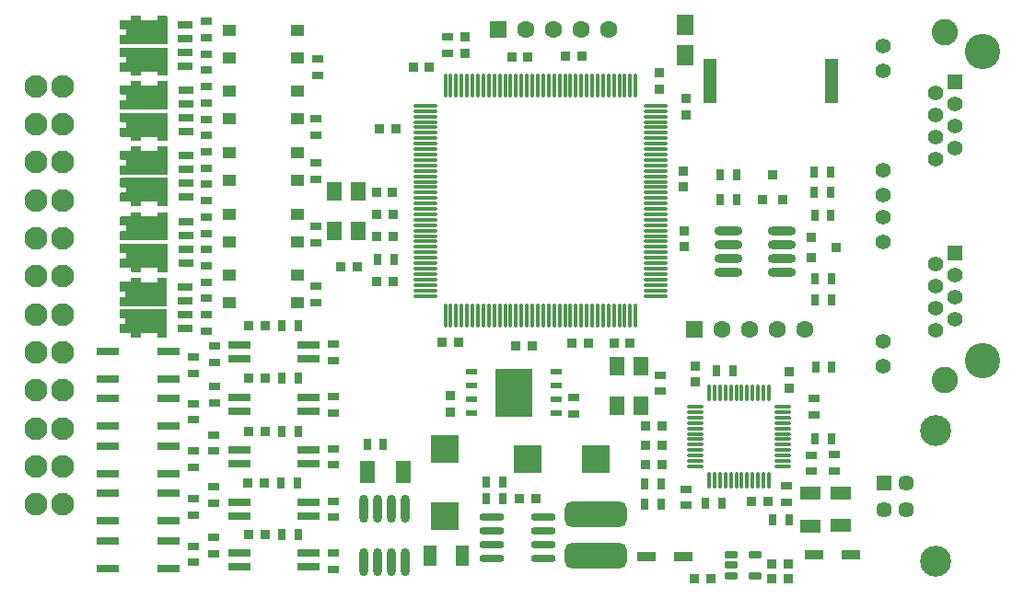
<source format=gts>
%FSTAX25Y25*%
%MOIN*%
%SFA1B1*%

%IPPOS*%
%AMD80*
4,1,8,0.014500,0.014800,-0.014500,0.014800,-0.022800,0.006400,-0.022800,-0.006400,-0.014500,-0.014800,0.014500,-0.014800,0.022800,-0.006400,0.022800,0.006400,0.014500,0.014800,0.0*
1,1,0.016740,0.014500,0.006400*
1,1,0.016740,-0.014500,0.006400*
1,1,0.016740,-0.014500,-0.006400*
1,1,0.016740,0.014500,-0.006400*
%
%AMD93*
4,1,8,-0.087100,-0.046300,0.087100,-0.046300,0.112300,-0.021200,0.112300,0.021200,0.087100,0.046300,-0.087100,0.046300,-0.112300,0.021200,-0.112300,-0.021200,-0.087100,-0.046300,0.0*
1,1,0.050320,-0.087100,-0.021200*
1,1,0.050320,0.087100,-0.021200*
1,1,0.050320,0.087100,0.021200*
1,1,0.050320,-0.087100,0.021200*
%
%ADD12R,0.049210X0.025590*%
%ADD28R,0.059050X0.076770*%
%ADD63C,0.127950*%
%ADD64C,0.095280*%
%ADD65C,0.054690*%
%ADD66R,0.054690X0.054690*%
%ADD79R,0.035430X0.035430*%
G04~CAMADD=80~8~0.0~0.0~456.7~295.3~83.7~0.0~15~0.0~0.0~0.0~0.0~0~0.0~0.0~0.0~0.0~0~0.0~0.0~0.0~0.0~456.7~295.3*
%ADD80D80*%
%ADD81R,0.043700X0.032480*%
%ADD82R,0.043310X0.032090*%
%ADD83R,0.034650X0.043310*%
%ADD84R,0.035430X0.043310*%
%ADD85R,0.043310X0.032480*%
%ADD86R,0.053150X0.029530*%
%ADD87R,0.053150X0.066930*%
%ADD88O,0.090550X0.027560*%
%ADD89R,0.049210X0.039370*%
%ADD90R,0.083940X0.029940*%
%ADD91R,0.049210X0.074800*%
%ADD92O,0.031500X0.102360*%
G04~CAMADD=93~8~0.0~0.0~2245.3~926.5~251.6~0.0~15~0.0~0.0~0.0~0.0~0~0.0~0.0~0.0~0.0~0~0.0~0.0~0.0~180.0~2246.0~927.0*
%ADD93D93*%
%ADD94R,0.074800X0.049210*%
%ADD95R,0.053150X0.082680*%
%ADD96R,0.033940X0.033940*%
%ADD97R,0.051180X0.161420*%
%ADD98O,0.064960X0.013780*%
%ADD99O,0.013780X0.064960*%
%ADD100O,0.015750X0.086610*%
%ADD101O,0.086610X0.015750*%
%ADD102R,0.039370X0.019680*%
%ADD103R,0.137800X0.173230*%
%ADD104R,0.066930X0.035430*%
%ADD105R,0.027560X0.039370*%
%ADD106R,0.039370X0.027560*%
%ADD107R,0.100390X0.100390*%
%ADD108R,0.035430X0.035430*%
%ADD109O,0.102360X0.031500*%
%ADD110R,0.033940X0.033940*%
%ADD111R,0.100390X0.100390*%
%ADD112R,0.062990X0.062990*%
%ADD113C,0.062990*%
%ADD114R,0.057090X0.057090*%
%ADD115C,0.057090*%
%ADD116C,0.112200*%
%ADD117C,0.082680*%
%ADD118C,0.023620*%
%LNrobocontroller-1*%
%LPD*%
G36*
X0067165Y-0087995D02*
X0067202Y-0088006D01*
X0067236Y-0088024*
X0067266Y-0088049*
X006729Y-0088079*
X0067309Y-0088113*
X006732Y-008815*
X0067324Y-0088189*
Y-0089764*
Y-0098032*
X006732Y-009807*
X0067309Y-0098107*
X006729Y-0098141*
X0067266Y-0098171*
X0067236Y-0098196*
X0067202Y-0098214*
X0067165Y-0098225*
X0067126Y-0098229*
X0050394*
X0050355Y-0098225*
X0050318Y-0098214*
X0050284Y-0098196*
X0050254Y-0098171*
X0050229Y-0098141*
X0050211Y-0098107*
X00502Y-009807*
X0050196Y-0098032*
Y-0095079*
X00502Y-009504*
X0050211Y-0095003*
X0050229Y-0094969*
X0050254Y-0094939*
X0050284Y-0094914*
X0050318Y-0094896*
X0050355Y-0094885*
X0050394Y-0094881*
X0052361*
Y-0092816*
X0050394*
X0050355Y-0092812*
X0050318Y-0092801*
X0050284Y-0092783*
X0050254Y-0092758*
X0050229Y-0092728*
X0050211Y-0092694*
X00502Y-0092657*
X0050196Y-0092618*
Y-0089764*
X00502Y-0089725*
X0050211Y-0089688*
X0050229Y-0089654*
X0050254Y-0089624*
X0050284Y-0089599*
X0050318Y-0089581*
X0050355Y-008957*
X0050394Y-0089566*
X0054133*
Y-0088189*
X0054137Y-008815*
X0054148Y-0088113*
X0054166Y-0088079*
X0054191Y-0088049*
X0054221Y-0088024*
X0054255Y-0088006*
X0054292Y-0087995*
X0054331Y-0087991*
X0057579*
X0057617Y-0087995*
X0057654Y-0088006*
X0057689Y-0088024*
X0057719Y-0088049*
X0057743Y-0088079*
X0057762Y-0088113*
X0057773Y-008815*
X0057776Y-0088189*
Y-0089566*
X0063779*
Y-0088189*
X0063782Y-008815*
X0063794Y-0088113*
X0063812Y-0088079*
X0063836Y-0088049*
X0063867Y-0088024*
X0063901Y-0088006*
X0063938Y-0087995*
X0063976Y-0087991*
X0067126*
X0067165Y-0087995*
G37*
G36*
Y-0075593D02*
X0067202Y-0075605D01*
X0067236Y-0075623*
X0067266Y-0075647*
X006729Y-0075678*
X0067309Y-0075712*
X006732Y-0075749*
X0067324Y-0075787*
Y-0084055*
Y-008563*
X006732Y-0085668*
X0067309Y-0085706*
X006729Y-008574*
X0067266Y-008577*
X0067236Y-0085794*
X0067202Y-0085813*
X0067165Y-0085824*
X0067126Y-0085828*
X0063976*
X0063938Y-0085824*
X0063901Y-0085813*
X0063867Y-0085794*
X0063836Y-008577*
X0063812Y-008574*
X0063794Y-0085706*
X0063782Y-0085668*
X0063779Y-008563*
Y-0084253*
X0057776*
Y-008563*
X0057773Y-0085668*
X0057762Y-0085706*
X0057743Y-008574*
X0057719Y-008577*
X0057689Y-0085794*
X0057654Y-0085813*
X0057617Y-0085824*
X0057579Y-0085828*
X0054331*
X0054292Y-0085824*
X0054255Y-0085813*
X0054221Y-0085794*
X0054191Y-008577*
X0054166Y-008574*
X0054148Y-0085706*
X0054137Y-0085668*
X0054133Y-008563*
Y-0084253*
X0050394*
X0050355Y-0084249*
X0050318Y-0084238*
X0050284Y-008422*
X0050254Y-0084195*
X0050229Y-0084165*
X0050211Y-0084131*
X00502Y-0084094*
X0050196Y-0084055*
Y-0081201*
X00502Y-0081162*
X0050211Y-0081125*
X0050229Y-0081091*
X0050254Y-0081061*
X0050284Y-0081036*
X0050318Y-0081018*
X0050355Y-0081007*
X0050394Y-0081003*
X0052361*
Y-0078938*
X0050394*
X0050355Y-0078934*
X0050318Y-0078923*
X0050284Y-0078905*
X0050254Y-007888*
X0050229Y-007885*
X0050211Y-0078816*
X00502Y-0078779*
X0050196Y-007874*
Y-0075787*
X00502Y-0075749*
X0050211Y-0075712*
X0050229Y-0075678*
X0050254Y-0075647*
X0050284Y-0075623*
X0050318Y-0075605*
X0050355Y-0075593*
X0050394Y-007559*
X0067126*
X0067165Y-0075593*
G37*
G36*
Y-0099412D02*
X0067202Y-0099424D01*
X0067236Y-0099442*
X0067266Y-0099466*
X006729Y-0099496*
X0067309Y-0099531*
X006732Y-0099568*
X0067324Y-0099606*
Y-0107874*
Y-0109449*
X006732Y-0109487*
X0067309Y-0109525*
X006729Y-0109559*
X0067266Y-0109589*
X0067236Y-0109613*
X0067202Y-0109632*
X0067165Y-0109643*
X0067126Y-0109647*
X0063976*
X0063938Y-0109643*
X0063901Y-0109632*
X0063867Y-0109613*
X0063836Y-0109589*
X0063812Y-0109559*
X0063794Y-0109525*
X0063782Y-0109487*
X0063779Y-0109449*
Y-0108072*
X0057776*
Y-0109449*
X0057773Y-0109487*
X0057762Y-0109525*
X0057743Y-0109559*
X0057719Y-0109589*
X0057689Y-0109613*
X0057654Y-0109632*
X0057617Y-0109643*
X0057579Y-0109647*
X0054331*
X0054292Y-0109643*
X0054255Y-0109632*
X0054221Y-0109613*
X0054191Y-0109589*
X0054166Y-0109559*
X0054148Y-0109525*
X0054137Y-0109487*
X0054133Y-0109449*
Y-0108072*
X0050394*
X0050355Y-0108068*
X0050318Y-0108057*
X0050284Y-0108038*
X0050254Y-0108014*
X0050229Y-0107984*
X0050211Y-010795*
X00502Y-0107913*
X0050196Y-0107874*
Y-010502*
X00502Y-0104981*
X0050211Y-0104944*
X0050229Y-010491*
X0050254Y-010488*
X0050284Y-0104855*
X0050318Y-0104837*
X0050355Y-0104826*
X0050394Y-0104822*
X0052361*
Y-0102757*
X0050394*
X0050355Y-0102753*
X0050318Y-0102742*
X0050284Y-0102724*
X0050254Y-0102699*
X0050229Y-0102669*
X0050211Y-0102635*
X00502Y-0102598*
X0050196Y-0102559*
Y-0099606*
X00502Y-0099568*
X0050211Y-0099531*
X0050229Y-0099496*
X0050254Y-0099466*
X0050284Y-0099442*
X0050318Y-0099424*
X0050355Y-0099412*
X0050394Y-0099409*
X0067126*
X0067165Y-0099412*
G37*
G36*
X0066968Y-0123231D02*
X0067005Y-0123242D01*
X0067039Y-0123261*
X0067069Y-0123285*
X0067094Y-0123315*
X0067112Y-0123349*
X0067123Y-0123387*
X0067127Y-0123425*
Y-0131693*
Y-0133268*
X0067123Y-0133306*
X0067112Y-0133343*
X0067094Y-0133378*
X0067069Y-0133408*
X0067039Y-0133432*
X0067005Y-013345*
X0066968Y-0133462*
X0066929Y-0133466*
X0063779*
X0063741Y-0133462*
X0063704Y-013345*
X006367Y-0133432*
X006364Y-0133408*
X0063615Y-0133378*
X0063597Y-0133343*
X0063586Y-0133306*
X0063582Y-0133268*
Y-0131891*
X005758*
Y-0133268*
X0057576Y-0133306*
X0057565Y-0133343*
X0057546Y-0133378*
X0057522Y-0133408*
X0057492Y-0133432*
X0057458Y-013345*
X005742Y-0133462*
X0057382Y-0133466*
X0054134*
X0054095Y-0133462*
X0054058Y-013345*
X0054024Y-0133432*
X0053994Y-0133408*
X0053969Y-0133378*
X0053951Y-0133343*
X005394Y-0133306*
X0053936Y-0133268*
Y-0131891*
X0050197*
X0050158Y-0131887*
X0050121Y-0131876*
X0050087Y-0131857*
X0050057Y-0131833*
X0050032Y-0131803*
X0050014Y-0131769*
X0050003Y-0131731*
X0049999Y-0131693*
Y-0128839*
X0050003Y-01288*
X0050014Y-0128763*
X0050032Y-0128729*
X0050057Y-0128699*
X0050087Y-0128674*
X0050121Y-0128656*
X0050158Y-0128645*
X0050197Y-0128641*
X0052164*
Y-0126576*
X0050197*
X0050158Y-0126572*
X0050121Y-0126561*
X0050087Y-0126542*
X0050057Y-0126518*
X0050032Y-0126488*
X0050014Y-0126454*
X0050003Y-0126417*
X0049999Y-0126378*
Y-0123425*
X0050003Y-0123387*
X0050014Y-0123349*
X0050032Y-0123315*
X0050057Y-0123285*
X0050087Y-0123261*
X0050121Y-0123242*
X0050158Y-0123231*
X0050197Y-0123227*
X0066929*
X0066968Y-0123231*
G37*
G36*
Y-0111814D02*
X0067005Y-0111825D01*
X0067039Y-0111843*
X0067069Y-0111868*
X0067094Y-0111898*
X0067112Y-0111932*
X0067123Y-0111969*
X0067127Y-0112008*
Y-0113583*
Y-012185*
X0067123Y-0121889*
X0067112Y-0121926*
X0067094Y-012196*
X0067069Y-012199*
X0067039Y-0122015*
X0067005Y-0122033*
X0066968Y-0122044*
X0066929Y-0122048*
X0050197*
X0050158Y-0122044*
X0050121Y-0122033*
X0050087Y-0122015*
X0050057Y-012199*
X0050032Y-012196*
X0050014Y-0121926*
X0050003Y-0121889*
X0049999Y-012185*
Y-0118898*
X0050003Y-0118859*
X0050014Y-0118822*
X0050032Y-0118788*
X0050057Y-0118758*
X0050087Y-0118733*
X0050121Y-0118715*
X0050158Y-0118704*
X0050197Y-01187*
X0052164*
Y-0116635*
X0050197*
X0050158Y-0116631*
X0050121Y-011662*
X0050087Y-0116602*
X0050057Y-0116577*
X0050032Y-0116547*
X0050014Y-0116513*
X0050003Y-0116476*
X0049999Y-0116437*
Y-0113583*
X0050003Y-0113544*
X0050014Y-0113507*
X0050032Y-0113473*
X0050057Y-0113443*
X0050087Y-0113418*
X0050121Y-01134*
X0050158Y-0113389*
X0050197Y-0113385*
X0053936*
Y-0112008*
X005394Y-0111969*
X0053951Y-0111932*
X0053969Y-0111898*
X0053994Y-0111868*
X0054024Y-0111843*
X0054058Y-0111825*
X0054095Y-0111814*
X0054134Y-011181*
X0057382*
X005742Y-0111814*
X0057458Y-0111825*
X0057492Y-0111843*
X0057522Y-0111868*
X0057546Y-0111898*
X0057565Y-0111932*
X0057576Y-0111969*
X005758Y-0112008*
Y-0113385*
X0063582*
Y-0112008*
X0063586Y-0111969*
X0063597Y-0111932*
X0063615Y-0111898*
X006364Y-0111868*
X006367Y-0111843*
X0063704Y-0111825*
X0063741Y-0111814*
X0063779Y-011181*
X0066929*
X0066968Y-0111814*
G37*
G36*
X0067066Y-002833D02*
X0067103Y-0028341D01*
X0067137Y-0028359*
X0067167Y-0028384*
X0067192Y-0028414*
X006721Y-0028448*
X0067222Y-0028485*
X0067225Y-0028524*
Y-0036791*
Y-0038366*
X0067222Y-0038405*
X006721Y-0038442*
X0067192Y-0038476*
X0067167Y-0038506*
X0067137Y-0038531*
X0067103Y-0038549*
X0067066Y-003856*
X0067028Y-0038564*
X0063878*
X0063839Y-003856*
X0063802Y-0038549*
X0063768Y-0038531*
X0063738Y-0038506*
X0063714Y-0038476*
X0063695Y-0038442*
X0063684Y-0038405*
X006368Y-0038366*
Y-0036989*
X0057678*
Y-0038366*
X0057674Y-0038405*
X0057663Y-0038442*
X0057645Y-0038476*
X005762Y-0038506*
X005759Y-0038531*
X0057556Y-0038549*
X0057519Y-003856*
X005748Y-0038564*
X0054232*
X0054194Y-003856*
X0054157Y-0038549*
X0054122Y-0038531*
X0054092Y-0038506*
X0054068Y-0038476*
X005405Y-0038442*
X0054038Y-0038405*
X0054035Y-0038366*
Y-0036989*
X0050295*
X0050257Y-0036985*
X005022Y-0036974*
X0050185Y-0036956*
X0050155Y-0036931*
X0050131Y-0036901*
X0050112Y-0036867*
X0050101Y-003683*
X0050098Y-0036791*
Y-0033937*
X0050101Y-0033898*
X0050112Y-0033861*
X0050131Y-0033827*
X0050155Y-0033797*
X0050185Y-0033773*
X005022Y-0033754*
X0050257Y-0033743*
X0050295Y-0033739*
X0052263*
Y-0031674*
X0050295*
X0050257Y-003167*
X005022Y-0031659*
X0050185Y-0031641*
X0050155Y-0031616*
X0050131Y-0031586*
X0050112Y-0031552*
X0050101Y-0031515*
X0050098Y-0031477*
Y-0028524*
X0050101Y-0028485*
X0050112Y-0028448*
X0050131Y-0028414*
X0050155Y-0028384*
X0050185Y-0028359*
X005022Y-0028341*
X0050257Y-002833*
X0050295Y-0028326*
X0067028*
X0067066Y-002833*
G37*
G36*
Y-0016912D02*
X0067103Y-0016924D01*
X0067137Y-0016942*
X0067167Y-0016966*
X0067192Y-0016996*
X006721Y-0017031*
X0067222Y-0017068*
X0067225Y-0017106*
Y-0018681*
Y-0026949*
X0067222Y-0026987*
X006721Y-0027025*
X0067192Y-0027059*
X0067167Y-0027089*
X0067137Y-0027113*
X0067103Y-0027132*
X0067066Y-0027143*
X0067028Y-0027147*
X0050295*
X0050257Y-0027143*
X005022Y-0027132*
X0050185Y-0027113*
X0050155Y-0027089*
X0050131Y-0027059*
X0050112Y-0027025*
X0050101Y-0026987*
X0050098Y-0026949*
Y-0023996*
X0050101Y-0023958*
X0050112Y-0023921*
X0050131Y-0023886*
X0050155Y-0023856*
X0050185Y-0023832*
X005022Y-0023813*
X0050257Y-0023802*
X0050295Y-0023798*
X0052263*
Y-0021733*
X0050295*
X0050257Y-002173*
X005022Y-0021718*
X0050185Y-00217*
X0050155Y-0021675*
X0050131Y-0021645*
X0050112Y-0021611*
X0050101Y-0021574*
X0050098Y-0021535*
Y-0018681*
X0050101Y-0018643*
X0050112Y-0018606*
X0050131Y-0018571*
X0050155Y-0018541*
X0050185Y-0018517*
X005022Y-0018498*
X0050257Y-0018487*
X0050295Y-0018483*
X0054035*
Y-0017106*
X0054038Y-0017068*
X005405Y-0017031*
X0054068Y-0016996*
X0054092Y-0016966*
X0054122Y-0016942*
X0054157Y-0016924*
X0054194Y-0016912*
X0054232Y-0016909*
X005748*
X0057519Y-0016912*
X0057556Y-0016924*
X005759Y-0016942*
X005762Y-0016966*
X0057645Y-0016996*
X0057663Y-0017031*
X0057674Y-0017068*
X0057678Y-0017106*
Y-0018483*
X006368*
Y-0017106*
X0063684Y-0017068*
X0063695Y-0017031*
X0063714Y-0016996*
X0063738Y-0016966*
X0063768Y-0016942*
X0063802Y-0016924*
X0063839Y-0016912*
X0063878Y-0016909*
X0067028*
X0067066Y-0016912*
G37*
G36*
X0067165Y-0040554D02*
X0067202Y-0040565D01*
X0067236Y-0040584*
X0067266Y-0040608*
X006729Y-0040638*
X0067309Y-0040672*
X006732Y-0040709*
X0067324Y-0040748*
Y-0042323*
Y-0050591*
X006732Y-0050629*
X0067309Y-0050666*
X006729Y-00507*
X0067266Y-005073*
X0067236Y-0050755*
X0067202Y-0050773*
X0067165Y-0050785*
X0067126Y-0050788*
X0050394*
X0050355Y-0050785*
X0050318Y-0050773*
X0050284Y-0050755*
X0050254Y-005073*
X0050229Y-00507*
X0050211Y-0050666*
X00502Y-0050629*
X0050196Y-0050591*
Y-0047638*
X00502Y-0047599*
X0050211Y-0047562*
X0050229Y-0047528*
X0050254Y-0047498*
X0050284Y-0047473*
X0050318Y-0047455*
X0050355Y-0047444*
X0050394Y-004744*
X0052361*
Y-0045375*
X0050394*
X0050355Y-0045371*
X0050318Y-004536*
X0050284Y-0045342*
X0050254Y-0045317*
X0050229Y-0045287*
X0050211Y-0045253*
X00502Y-0045216*
X0050196Y-0045177*
Y-0042323*
X00502Y-0042284*
X0050211Y-0042247*
X0050229Y-0042213*
X0050254Y-0042183*
X0050284Y-0042158*
X0050318Y-004214*
X0050355Y-0042129*
X0050394Y-0042125*
X0054133*
Y-0040748*
X0054137Y-0040709*
X0054148Y-0040672*
X0054166Y-0040638*
X0054191Y-0040608*
X0054221Y-0040584*
X0054255Y-0040565*
X0054292Y-0040554*
X0054331Y-004055*
X0057579*
X0057617Y-0040554*
X0057654Y-0040565*
X0057689Y-0040584*
X0057719Y-0040608*
X0057743Y-0040638*
X0057762Y-0040672*
X0057773Y-0040709*
X0057776Y-0040748*
Y-0042125*
X0063779*
Y-0040748*
X0063782Y-0040709*
X0063794Y-0040672*
X0063812Y-0040638*
X0063836Y-0040608*
X0063867Y-0040584*
X0063901Y-0040565*
X0063938Y-0040554*
X0063976Y-004055*
X0067126*
X0067165Y-0040554*
G37*
G36*
Y-0064176D02*
X0067202Y-0064187D01*
X0067236Y-0064206*
X0067266Y-006423*
X006729Y-006426*
X0067309Y-0064294*
X006732Y-0064332*
X0067324Y-006437*
Y-0065945*
Y-0074213*
X006732Y-0074251*
X0067309Y-0074288*
X006729Y-0074322*
X0067266Y-0074353*
X0067236Y-0074377*
X0067202Y-0074395*
X0067165Y-0074407*
X0067126Y-007441*
X0050394*
X0050355Y-0074407*
X0050318Y-0074395*
X0050284Y-0074377*
X0050254Y-0074353*
X0050229Y-0074322*
X0050211Y-0074288*
X00502Y-0074251*
X0050196Y-0074213*
Y-007126*
X00502Y-0071221*
X0050211Y-0071184*
X0050229Y-007115*
X0050254Y-007112*
X0050284Y-0071095*
X0050318Y-0071077*
X0050355Y-0071066*
X0050394Y-0071062*
X0052361*
Y-0068997*
X0050394*
X0050355Y-0068993*
X0050318Y-0068982*
X0050284Y-0068964*
X0050254Y-0068939*
X0050229Y-0068909*
X0050211Y-0068875*
X00502Y-0068838*
X0050196Y-0068799*
Y-0065945*
X00502Y-0065906*
X0050211Y-0065869*
X0050229Y-0065835*
X0050254Y-0065805*
X0050284Y-006578*
X0050318Y-0065762*
X0050355Y-0065751*
X0050394Y-0065747*
X0054133*
Y-006437*
X0054137Y-0064332*
X0054148Y-0064294*
X0054166Y-006426*
X0054191Y-006423*
X0054221Y-0064206*
X0054255Y-0064187*
X0054292Y-0064176*
X0054331Y-0064172*
X0057579*
X0057617Y-0064176*
X0057654Y-0064187*
X0057689Y-0064206*
X0057719Y-006423*
X0057743Y-006426*
X0057762Y-0064294*
X0057773Y-0064332*
X0057776Y-006437*
Y-0065747*
X0063779*
Y-006437*
X0063782Y-0064332*
X0063794Y-0064294*
X0063812Y-006426*
X0063836Y-006423*
X0063867Y-0064206*
X0063901Y-0064187*
X0063938Y-0064176*
X0063976Y-0064172*
X0067126*
X0067165Y-0064176*
G37*
G36*
Y-0051971D02*
X0067202Y-0051983D01*
X0067236Y-0052001*
X0067266Y-0052026*
X006729Y-0052056*
X0067309Y-005209*
X006732Y-0052127*
X0067324Y-0052165*
Y-0060433*
Y-0062008*
X006732Y-0062046*
X0067309Y-0062084*
X006729Y-0062118*
X0067266Y-0062148*
X0067236Y-0062172*
X0067202Y-0062191*
X0067165Y-0062202*
X0067126Y-0062206*
X0063976*
X0063938Y-0062202*
X0063901Y-0062191*
X0063867Y-0062172*
X0063836Y-0062148*
X0063812Y-0062118*
X0063794Y-0062084*
X0063782Y-0062046*
X0063779Y-0062008*
Y-0060631*
X0057776*
Y-0062008*
X0057773Y-0062046*
X0057762Y-0062084*
X0057743Y-0062118*
X0057719Y-0062148*
X0057689Y-0062172*
X0057654Y-0062191*
X0057617Y-0062202*
X0057579Y-0062206*
X0054331*
X0054292Y-0062202*
X0054255Y-0062191*
X0054221Y-0062172*
X0054191Y-0062148*
X0054166Y-0062118*
X0054148Y-0062084*
X0054137Y-0062046*
X0054133Y-0062008*
Y-0060631*
X0050394*
X0050355Y-0060627*
X0050318Y-0060616*
X0050284Y-0060597*
X0050254Y-0060573*
X0050229Y-0060543*
X0050211Y-0060509*
X00502Y-0060472*
X0050196Y-0060433*
Y-0057579*
X00502Y-005754*
X0050211Y-0057503*
X0050229Y-0057469*
X0050254Y-0057439*
X0050284Y-0057414*
X0050318Y-0057396*
X0050355Y-0057385*
X0050394Y-0057381*
X0052361*
Y-0055316*
X0050394*
X0050355Y-0055312*
X0050318Y-0055301*
X0050284Y-0055283*
X0050254Y-0055258*
X0050229Y-0055228*
X0050211Y-0055194*
X00502Y-0055157*
X0050196Y-0055118*
Y-0052165*
X00502Y-0052127*
X0050211Y-005209*
X0050229Y-0052056*
X0050254Y-0052026*
X0050284Y-0052001*
X0050318Y-0051983*
X0050355Y-0051971*
X0050394Y-0051968*
X0067126*
X0067165Y-0051971*
G37*
G54D12*
X0060532Y-0032461D03*
Y-0023012D03*
X006063Y-0046654D03*
Y-0056102D03*
Y-0079724D03*
Y-0070276D03*
Y-0094095D03*
Y-0103543D03*
X0060433Y-0127362D03*
Y-0117913D03*
G54D28*
X0254823Y-0020177D03*
Y-0031004D03*
G54D63*
X0362362Y-0141961D03*
Y-0029961D03*
G54D64*
X0348862Y-0148961D03*
Y-0022961D03*
G54D65*
X0326362Y-0143961D03*
Y-0134961D03*
Y-0098961D03*
Y-0089961D03*
Y-0081961D03*
Y-0072961D03*
Y-0036961D03*
Y-0027961D03*
X0352362Y-0110961D03*
Y-0118961D03*
Y-0126961D03*
X0345362Y-0106961D03*
Y-0114961D03*
Y-0122961D03*
Y-0130961D03*
X0352362Y-0048961D03*
Y-0056961D03*
Y-0064961D03*
X0345362Y-0044961D03*
Y-0052961D03*
Y-0060961D03*
Y-0068961D03*
G54D66*
X0352362Y-0102961D03*
Y-0040961D03*
G54D79*
X0263976Y-0220866D03*
X0258071D03*
X0286024Y-0215354D03*
X0291929D03*
X0286024Y-0220866D03*
X0291929D03*
X0149016Y-0088829D03*
X014311D03*
X0144095Y-0057874D03*
X015D03*
X0102756Y-0204921D03*
X009685D03*
X0142913Y-0080905D03*
X0148819D03*
X0149016Y-0096949D03*
X014311D03*
Y-0113189D03*
X0149016D03*
X0130118Y-0107677D03*
X0136024D03*
X0102756Y-0129134D03*
X009685D03*
X0166732Y-0135236D03*
X0172638D03*
X0193504Y-0136417D03*
X0199409D03*
X0213779Y-013563D03*
X0219685D03*
X0228937D03*
X0234842D03*
X027874Y-0192913D03*
X0284646D03*
X0240551Y-0179552D03*
X0246457D03*
X0240551Y-0172478D03*
X0246457D03*
X0240551Y-0165404D03*
X0246457D03*
X0217323Y-0031496D03*
X0211417D03*
X0197835Y-003189D03*
X0191929D03*
X0156299Y-003563D03*
X0162205D03*
X0194685Y-0191929D03*
X0200591D03*
X0102362Y-0186221D03*
X0096457D03*
X0102756Y-0167323D03*
X009685D03*
X0102756Y-0148228D03*
X009685D03*
G54D80*
X0279919Y-0212205D03*
Y-0219685D03*
X0271258D03*
Y-0212205D03*
Y-0215945D03*
G54D81*
X0052362Y-0025473D03*
X0052461Y-0049114D03*
Y-0072736D03*
Y-0096555D03*
X0052264Y-0120374D03*
G54D82*
X0052264Y-0020059D03*
X0052362Y-0043701D03*
Y-0067323D03*
Y-0091142D03*
X0052165Y-0114961D03*
G54D83*
X0065453Y-0019075D03*
X0065495Y-0036336D03*
X0065594Y-0059978D03*
X0065551Y-0042717D03*
Y-0066339D03*
X0065594Y-00836D03*
Y-0107419D03*
X0065551Y-0090158D03*
X0065354Y-0113976D03*
X0065397Y-0131238D03*
G54D84*
X0055807Y-0019075D03*
X0055895Y-0036336D03*
X0055994Y-0059978D03*
X0055905Y-0042717D03*
Y-0066339D03*
X0055994Y-00836D03*
Y-0107419D03*
X0055905Y-0090158D03*
X0055709Y-0113976D03*
X0055797Y-0131238D03*
G54D85*
X0052295Y-0030036D03*
X0052264Y-0035364D03*
X0052362Y-0059006D03*
X0052394Y-0053678D03*
Y-00773D03*
X0052362Y-0082628D03*
Y-0106447D03*
X0052394Y-0101119D03*
X0052197Y-0124938D03*
X0052165Y-0130266D03*
G54D86*
X0073819Y-0035236D03*
Y-0030236D03*
Y-0020236D03*
Y-0025236D03*
X0073917Y-0048878D03*
Y-0043878D03*
Y-0053878D03*
Y-0058878D03*
Y-00825D03*
Y-00775D03*
Y-00675D03*
Y-00725D03*
Y-0096319D03*
Y-0091319D03*
Y-0101319D03*
Y-0106319D03*
X0073721Y-0130138D03*
Y-0125138D03*
Y-0115138D03*
Y-0120138D03*
G54D87*
X0136221Y-0080315D03*
Y-0094882D03*
X0127559D03*
Y-0080315D03*
X0238779Y-0143701D03*
Y-0158268D03*
X0230118D03*
Y-0143701D03*
G54D88*
X0203543Y-0213602D03*
Y-0208602D03*
Y-0203602D03*
Y-0198602D03*
X0184646Y-0213602D03*
Y-0208602D03*
Y-0203602D03*
Y-0198602D03*
G54D89*
X0114468Y-0110827D03*
X0089862D03*
X0114468Y-0120827D03*
X0089862D03*
X0114468Y-0044242D03*
X0089862D03*
X0114468Y-0054242D03*
X0089862D03*
X0114468Y-0022047D03*
X0089862D03*
X0114468Y-0032047D03*
X0089862D03*
X0114468Y-0088632D03*
X0089862D03*
X0114468Y-0098632D03*
X0089862D03*
X0114468Y-0066437D03*
X0089862D03*
X0114468Y-0076437D03*
X0089862D03*
G54D90*
X0067669Y-0217087D03*
X0045669D03*
X0067669Y-0207087D03*
X0045669D03*
X0118504Y-0216614D03*
X0093504D03*
X0118504Y-0211614D03*
X0093504D03*
X0067669Y-0148386D03*
X0045669D03*
X0067669Y-0138386D03*
X0045669D03*
X0067669Y-0165561D03*
X0045669D03*
X0067669Y-0155561D03*
X0045669D03*
X0067669Y-0182736D03*
X0045669D03*
X0067669Y-0172736D03*
X0045669D03*
X0067669Y-0199911D03*
X0045669D03*
X0067669Y-0189911D03*
X0045669D03*
X0118504Y-0141142D03*
X0093504D03*
X0118504Y-0136142D03*
X0093504D03*
X0118504Y-0198228D03*
X0093504D03*
X0118504Y-0193228D03*
X0093504D03*
X0118504Y-0179213D03*
X0093504D03*
X0118504Y-0174213D03*
X0093504D03*
X0118504Y-0160039D03*
X0093504D03*
X0118504Y-0155039D03*
X0093504D03*
G54D91*
X0174213Y-0212402D03*
X0162402D03*
G54D92*
X0138524Y-0214854D03*
X0143524D03*
X0148524D03*
X0153524D03*
X0138524Y-0195562D03*
X0143524D03*
X0148524D03*
X0153524D03*
G54D93*
X0222441Y-0197441D03*
Y-0212598D03*
G54D94*
X0311024Y-0201575D03*
Y-0189764D03*
X0300197Y-0189961D03*
Y-0201772D03*
G54D95*
X0152563Y-0182283D03*
X0139563D03*
G54D96*
X0300252Y-0104537D03*
Y-0097037D03*
X0309252Y-0100787D03*
G54D97*
X0263779Y-0040551D03*
X0307874D03*
G54D98*
X0258366Y-0158465D03*
Y-0160433D03*
Y-0162401D03*
Y-016437D03*
Y-0166339D03*
Y-0168307D03*
Y-0170276D03*
Y-0172244D03*
Y-0174213D03*
Y-0176181D03*
Y-017815D03*
Y-0180118D03*
X0290059D03*
Y-017815D03*
Y-0176181D03*
Y-0174213D03*
Y-0172244D03*
Y-0170276D03*
Y-0168307D03*
Y-0166339D03*
Y-016437D03*
Y-0162401D03*
Y-0160433D03*
Y-0158465D03*
G54D99*
X0263386Y-0185138D03*
X0265354D03*
X0267323D03*
X0269291D03*
X027126D03*
X0273228D03*
X0275197D03*
X0277165D03*
X0279134D03*
X0281102D03*
X0283071D03*
X0285039D03*
Y-0153445D03*
X0283071D03*
X0281102D03*
X0279134D03*
X0277165D03*
X0275197D03*
X0273228D03*
X027126D03*
X0269291D03*
X0267323D03*
X0265354D03*
X0263386D03*
G54D100*
X0167913Y-0042126D03*
X0169882D03*
X017185D03*
X0173819D03*
X0175787D03*
X0177756D03*
X0179724D03*
X0181693D03*
X0183661D03*
X018563D03*
X0187598D03*
X0189567D03*
X0191535D03*
X0193504D03*
X0195473D03*
X0197441D03*
X0199409D03*
X0201378D03*
X0203346D03*
X0205315D03*
X0207283D03*
X0209252D03*
X0211221D03*
X0213189D03*
X0215158D03*
X0217126D03*
X0219094D03*
X0221063D03*
X0223031D03*
X0225D03*
X0226969D03*
X0228937D03*
X0230906D03*
X0232874D03*
X0234842D03*
X0236811D03*
Y-0125591D03*
X0234842D03*
X0232874D03*
X0230906D03*
X0228937D03*
X0226969D03*
X0225D03*
X0223031D03*
X0221063D03*
X0219094D03*
X0217126D03*
X0215158D03*
X0213189D03*
X0211221D03*
X0209252D03*
X0207283D03*
X0205315D03*
X0203346D03*
X0201378D03*
X0199409D03*
X0197441D03*
X0195473D03*
X0193504D03*
X0191535D03*
X0189567D03*
X0187598D03*
X018563D03*
X0183661D03*
X0181693D03*
X0179724D03*
X0177756D03*
X0175787D03*
X0173819D03*
X017185D03*
X0169882D03*
X0167913D03*
G54D101*
X0244094Y-0049409D03*
Y-0051378D03*
Y-0053346D03*
Y-0055315D03*
Y-0057284D03*
Y-0059252D03*
Y-0061221D03*
Y-0063189D03*
Y-0065158D03*
Y-0067126D03*
Y-0069095D03*
Y-0071063D03*
Y-0073032D03*
Y-0075D03*
Y-0076968D03*
Y-0078937D03*
Y-0080905D03*
Y-0082874D03*
Y-0084842D03*
Y-0086811D03*
Y-0088779D03*
Y-0090748D03*
Y-0092716D03*
Y-0094685D03*
Y-0096653D03*
Y-0098622D03*
Y-0100591D03*
Y-0102559D03*
Y-0104527D03*
Y-0106496D03*
Y-0108465D03*
Y-0110433D03*
Y-0112402D03*
Y-011437D03*
Y-0116339D03*
Y-0118307D03*
X016063D03*
Y-0116339D03*
Y-011437D03*
Y-0112402D03*
Y-0110433D03*
Y-0108465D03*
Y-0106496D03*
Y-0104527D03*
Y-0102559D03*
Y-0100591D03*
Y-0098622D03*
Y-0096653D03*
Y-0094685D03*
Y-0092716D03*
Y-0090748D03*
Y-0088779D03*
Y-0086811D03*
Y-0084842D03*
Y-0082874D03*
Y-0080905D03*
Y-0078937D03*
Y-0076968D03*
Y-0075D03*
Y-0073032D03*
Y-0071063D03*
Y-0069095D03*
Y-0067126D03*
Y-0065158D03*
Y-0063189D03*
Y-0061221D03*
Y-0059252D03*
Y-0057284D03*
Y-0055315D03*
Y-0053346D03*
Y-0051378D03*
Y-0049409D03*
G54D102*
X0208012Y-0160846D03*
Y-0155847D03*
Y-0150847D03*
Y-0145846D03*
X0177421Y-0160846D03*
Y-0155847D03*
Y-0150847D03*
Y-0145846D03*
G54D103*
X0192717Y-0153347D03*
G54D104*
X0314764Y-0212205D03*
X0301378D03*
X0254134Y-0212795D03*
X0240748D03*
G54D105*
X0307283Y-0080905D03*
X0301378D03*
X011437Y-0186221D03*
X0108465D03*
X0149409Y-0105069D03*
X0143504D03*
X0114764Y-0129134D03*
X0108858D03*
X0114764Y-0204921D03*
X0108858D03*
X0301378Y-0073425D03*
X0307283D03*
X0301575Y-0089173D03*
X030748D03*
X0301772Y-0112008D03*
X0307677D03*
Y-0119685D03*
X0301772D03*
X0301969Y-0144095D03*
X0307874D03*
X0301772Y-0170079D03*
X0307677D03*
X0292323Y-0199409D03*
X0286417D03*
X026811Y-0193307D03*
X0262205D03*
X0246063Y-0193701D03*
X0240158D03*
X0246063Y-0186627D03*
X0240158D03*
X0266142Y-0145472D03*
X0272047D03*
X0273425Y-007441D03*
X026752D03*
Y-0083465D03*
X0273425D03*
X0188583Y-0185827D03*
X0182677D03*
X0188583Y-0191929D03*
X0182677D03*
X0145473Y-0172244D03*
X0139567D03*
X0114764Y-016752D03*
X0108858D03*
X0114764Y-0148031D03*
X0108858D03*
G54D106*
X0081299Y-0024803D03*
Y-0018898D03*
Y-0036614D03*
Y-0030709D03*
Y-0048425D03*
Y-004252D03*
Y-0060236D03*
Y-0054331D03*
X0076772Y-0214961D03*
Y-0209055D03*
X0084055Y-0205906D03*
Y-0211811D03*
X0076772Y-0197736D03*
Y-0191831D03*
X0084055Y-0187402D03*
Y-0193307D03*
X0121063Y-0093209D03*
Y-0099114D03*
Y-0114764D03*
Y-0120669D03*
X0127362Y-0135827D03*
Y-0141732D03*
X0081299Y-0072047D03*
Y-0066142D03*
Y-0083858D03*
Y-0077953D03*
Y-0095669D03*
Y-0089764D03*
Y-010748D03*
Y-0101575D03*
Y-0119291D03*
Y-0113386D03*
Y-0131102D03*
Y-0125197D03*
X0076772Y-0146457D03*
Y-0140551D03*
X0084449Y-014252D03*
Y-0136614D03*
Y-0151181D03*
Y-0157087D03*
X0076772Y-0163287D03*
Y-0157382D03*
X0084055Y-0168701D03*
Y-0174606D03*
X0076772Y-0180512D03*
Y-0174606D03*
X0127362Y-0173721D03*
Y-0179626D03*
Y-0192667D03*
Y-0198573D03*
Y-021752D03*
Y-0211614D03*
X021437Y-0155118D03*
Y-0161024D03*
X0245669Y-0147047D03*
Y-0152953D03*
X0301378Y-0155512D03*
Y-0161417D03*
X0308858Y-0175787D03*
Y-0181693D03*
X0300394Y-0175984D03*
Y-018189D03*
X0291535Y-019311D03*
Y-0187205D03*
X0255118Y-0188386D03*
Y-0194291D03*
X0168701Y-0030512D03*
Y-0024606D03*
X0127362Y-0154774D03*
Y-0160679D03*
X0121063Y-0070079D03*
Y-0075984D03*
Y-0060039D03*
Y-0054134D03*
X0121653Y-0038386D03*
Y-003248D03*
G54D107*
X0167717Y-0173819D03*
Y-0198228D03*
G54D108*
X0169882Y-0154528D03*
Y-0160433D03*
X0292323Y-0145866D03*
Y-0151772D03*
X0258465Y-0143701D03*
Y-0149606D03*
X0254331Y-0100591D03*
Y-0094685D03*
X0253937Y-0078937D03*
Y-0073032D03*
X0255118Y-004685D03*
Y-0052756D03*
X0245472Y-0037598D03*
Y-0043504D03*
X0175197Y-0024606D03*
Y-0030512D03*
G54D109*
X0289764Y-0109862D03*
Y-0104862D03*
Y-0099862D03*
Y-0094862D03*
X0270472Y-0109862D03*
Y-0104862D03*
Y-0099862D03*
Y-0094862D03*
G54D110*
X0290167Y-008341D03*
X0282667D03*
X0286417Y-007441D03*
G54D111*
X0197835Y-0177559D03*
X0222244D03*
G54D112*
X0186969Y-0021654D03*
X0257953Y-0130512D03*
G54D113*
X0196968Y-0021654D03*
X0206968D03*
X0216968D03*
X0226969D03*
X0267953Y-0130512D03*
X0277953D03*
X0287953D03*
X0297953D03*
G54D114*
X0326811Y-0186008D03*
G54D115*
X0326811Y-019585D03*
X0334685D03*
Y-0186008D03*
G54D116*
X0345354Y-021463D03*
Y-0167228D03*
G54D117*
X0029528Y-0042323D03*
X0019685D03*
Y-0111221D03*
X0029528D03*
Y-0097441D03*
X0019685D03*
Y-0056102D03*
X0029528D03*
X0019685Y-0069882D03*
X0029528D03*
X0019685Y-0083661D03*
X0029528D03*
Y-0152559D03*
X0019685D03*
X0029528Y-0138779D03*
X0019685D03*
X0029528Y-0125D03*
X0019685D03*
Y-0166339D03*
X0029528D03*
Y-0180118D03*
Y-0193898D03*
X0019685Y-0180118D03*
Y-0193898D03*
G54D118*
X0188779Y-0155315D03*
X0192717D03*
X0196653D03*
X0188779Y-0159252D03*
X0196653D03*
X0192717D03*
X0196653Y-0151378D03*
X0192717D03*
X0188779D03*
X0196653Y-0147441D03*
X0192717D03*
X0188779D03*
M02*
</source>
